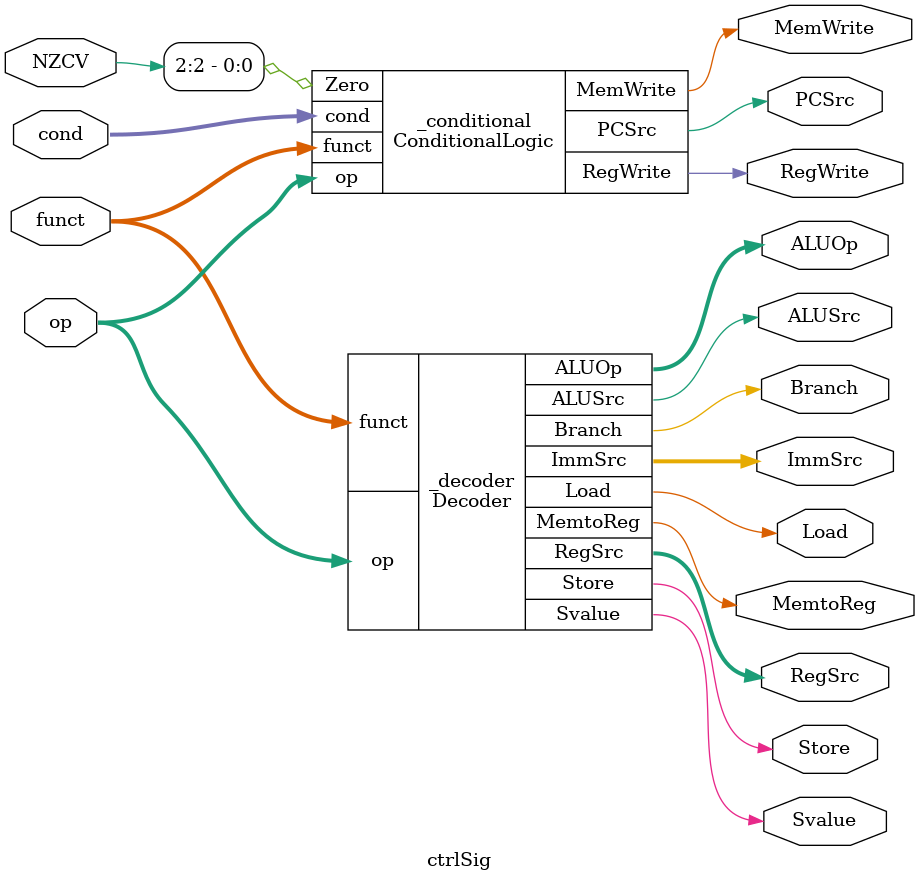
<source format=v>

module Decoder(
	input[1:0] op,
	input[5:0] funct,
	output reg MemtoReg,
	output reg ALUSrc,
	output reg[1:0] ImmSrc,
	output reg[1:0] RegSrc,
	output reg[3:0] ALUOp,
	output reg Svalue,
	output reg Branch,
	output reg Store,
	output reg Load
	);
	
	always @(*)
	begin
		case (op)
			2'b00: // Data Processing Type
			begin
				MemtoReg = (funct[4:1] == 4'b1010) ? 1'bx : 1'b0; // CMP
				ALUOp = funct[4:1];
				Svalue = funct[0];
				
				if(funct[5] == 1'b1)		// immediate
				begin
					ALUSrc = 1'b1;
					ImmSrc = 2'b00;  
					RegSrc = (funct[4:1] == 4'b1101) ? 2'bxx : 2'bx0; // MOV
					Branch = 1'b0;
					Store = 1'b0;
					Load = 1'b0;
				end
				else						// register
				begin
					ALUSrc = 1'b0;
					ImmSrc = 2'bxx;
					RegSrc = (funct[4:1] == 4'b1101) ? 2'b0x : 2'b00; // MOV
					Branch = 1'b0;
					Store = 1'b0;
					Load = 1'b0;
				end
			end
			
			2'b01: // LDR, STR
			begin
				
				MemtoReg = (funct[0] == 1'b1) ? 1'b1 : 1'bx;
				ALUOp = (funct[3] == 1'b1) ? 4'b0100 : 4'b0010;
				Svalue = 1'b0;
				
				if(funct[5] == 1'b0) // Immediate
				begin
					ALUSrc = 1'b1;
					ImmSrc = 2'b01;
					RegSrc = 2'bx0;
					Branch = 1'b0;
					if (funct[0] == 1'b0)
					begin
						Store = 1'b1;
						Load = 1'b0;
					end
					else 
					begin
						Store = 1'b0;
						Load = 1'b1;
					end
				end
				else // Register
				begin
					ALUSrc = 1'b0;
					ImmSrc = 2'bxx;
					RegSrc = 2'b00;			
					Branch = 1'b0;	
					if (funct[0] == 1'b0)
					begin
						Store = 1'b1;
						Load = 1'b0;
					end
					else 
					begin
						Store = 1'b0;
						Load = 1'b1;
					end
				end
			end
			
			2'b10: // Branch Type
			begin
				MemtoReg = 1'b0;
				ALUOp = 4'b0100;
				Svalue = 1'b0;
				ALUSrc = 1'b1;
				ImmSrc = 2'b10;
				RegSrc = 2'bx1;
				Branch = 1'b1;
				Store = 1'b0;
				Load = 1'b0;
			end
		endcase
	end
endmodule

module ConditionalLogic(
	input[1:0] op,			// inst[27:26]
	input[5:0] funct,		// inst[25:20]
	input[3:0] cond,		// inst[31:28]
	input Zero,				// Z of NZCV 
	output reg PCSrc,
	output reg RegWrite,
	output reg MemWrite
	);
	
	reg condEx;
	
	always @(*)
	begin
		case(cond)
			4'b0000: condEx = (Zero == 1'b1) ? 1'b1 : 1'b0;
			4'b0001: condEx = (Zero == 1'b0) ? 1'b1 : 1'b0;
			4'b1110: condEx = 1'b1;
		endcase
	end
	
	always @(*)
	begin
		case(op)
			2'b00: // Data Processing Type
			begin
				PCSrc = 1'b0;
				MemWrite = 1'b0;
				if(condEx == 1'b1)
					RegWrite = (funct[4:1] == 4'b1010) ? 1'b0 : 1'b1; // CMP
				else
					RegWrite = 1'b0;
			end
			2'b01: // LDR, STR
			begin
				PCSrc = 1'b0;
				if(condEx == 1'b1)
				begin
					MemWrite = ~funct[0];
					RegWrite = funct[0];
				end
				else
				begin
					MemWrite = 1'b0;
					RegWrite = 1'b0;
				end
			end
			2'b10: // Branch
			begin
				MemWrite = 1'b0;
				
				if(condEx == 1'b1)
				begin
					PCSrc = 1'b1;
					RegWrite = 1'b0;
				end
				else
				begin
					PCSrc = 1'b0;
					RegWrite = 1'b0;
				end
			end
		endcase
	end
endmodule

module ctrlSig(
	input[3:0] NZCV,
	input[3:0] cond,		// inst[31:28]
	input[1:0] op,			// inst[27:26]
	input[5:0] funct,		// inst[25:20]
	output[3:0] ALUOp,		// if data processing, inst[24:21]. if branch, 0100. if LDR or STR, 0100(if inst[23] = 1) or 0010(else)
	output[1:0] ImmSrc,
	output[1:0] RegSrc,
	output PCSrc,
	output RegWrite,
	output MemWrite,
	output MemtoReg,
	output ALUSrc,
	output Svalue,			// 0 if branch or LDR or STR. inst[20] if data processing		// Flag Write
	output Branch,
	output Store,
	output Load
	);

	Decoder _decoder(
		.op			(op),
		.funct		(funct),
		.MemtoReg	(MemtoReg),
		.ALUSrc		(ALUSrc),
		.ImmSrc		(ImmSrc),
		.RegSrc		(RegSrc),
		.ALUOp 		(ALUOp),
		.Svalue		(Svalue),
		.Branch		(Branch),
		.Store		(Store),
		.Load		(Load));
	ConditionalLogic _conditional(
		.op			(op),
		.funct		(funct),
		.cond		(cond),
		.Zero		(NZCV[2]),
		.PCSrc		(PCSrc),
		.RegWrite	(RegWrite),
		.MemWrite	(MemWrite));
endmodule
</source>
